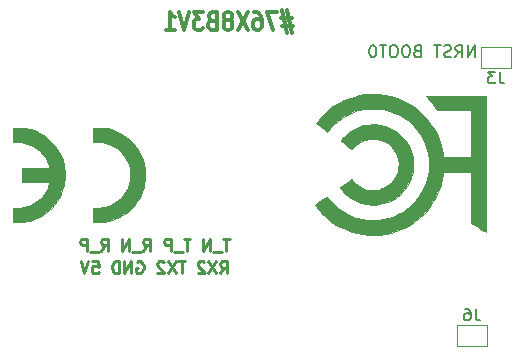
<source format=gbr>
G04 #@! TF.FileFunction,Legend,Bot*
%FSLAX46Y46*%
G04 Gerber Fmt 4.6, Leading zero omitted, Abs format (unit mm)*
G04 Created by KiCad (PCBNEW 4.0.7) date 12/12/18 10:49:55*
%MOMM*%
%LPD*%
G01*
G04 APERTURE LIST*
%ADD10C,0.100000*%
%ADD11C,0.300000*%
%ADD12C,0.200000*%
%ADD13C,0.250000*%
%ADD14C,0.010000*%
%ADD15C,0.120000*%
%ADD16C,0.150000*%
G04 APERTURE END LIST*
D10*
D11*
X187403709Y-76951643D02*
X186475138Y-76951643D01*
X187032280Y-76295929D02*
X187403709Y-78263071D01*
X186598947Y-77607357D02*
X187527518Y-77607357D01*
X186970376Y-78263071D02*
X186598947Y-76295929D01*
X186165614Y-76441643D02*
X185298947Y-76441643D01*
X185856090Y-77971643D01*
X184246566Y-76441643D02*
X184494185Y-76441643D01*
X184617995Y-76514500D01*
X184679900Y-76587357D01*
X184803709Y-76805929D01*
X184865614Y-77097357D01*
X184865614Y-77680214D01*
X184803709Y-77825929D01*
X184741804Y-77898786D01*
X184617995Y-77971643D01*
X184370376Y-77971643D01*
X184246566Y-77898786D01*
X184184662Y-77825929D01*
X184122757Y-77680214D01*
X184122757Y-77315929D01*
X184184662Y-77170214D01*
X184246566Y-77097357D01*
X184370376Y-77024500D01*
X184617995Y-77024500D01*
X184741804Y-77097357D01*
X184803709Y-77170214D01*
X184865614Y-77315929D01*
X183689424Y-76441643D02*
X182822757Y-77971643D01*
X182822757Y-76441643D02*
X183689424Y-77971643D01*
X182141805Y-77097357D02*
X182265614Y-77024500D01*
X182327519Y-76951643D01*
X182389424Y-76805929D01*
X182389424Y-76733071D01*
X182327519Y-76587357D01*
X182265614Y-76514500D01*
X182141805Y-76441643D01*
X181894186Y-76441643D01*
X181770376Y-76514500D01*
X181708472Y-76587357D01*
X181646567Y-76733071D01*
X181646567Y-76805929D01*
X181708472Y-76951643D01*
X181770376Y-77024500D01*
X181894186Y-77097357D01*
X182141805Y-77097357D01*
X182265614Y-77170214D01*
X182327519Y-77243071D01*
X182389424Y-77388786D01*
X182389424Y-77680214D01*
X182327519Y-77825929D01*
X182265614Y-77898786D01*
X182141805Y-77971643D01*
X181894186Y-77971643D01*
X181770376Y-77898786D01*
X181708472Y-77825929D01*
X181646567Y-77680214D01*
X181646567Y-77388786D01*
X181708472Y-77243071D01*
X181770376Y-77170214D01*
X181894186Y-77097357D01*
X180656091Y-77170214D02*
X180470377Y-77243071D01*
X180408472Y-77315929D01*
X180346567Y-77461643D01*
X180346567Y-77680214D01*
X180408472Y-77825929D01*
X180470377Y-77898786D01*
X180594186Y-77971643D01*
X181089424Y-77971643D01*
X181089424Y-76441643D01*
X180656091Y-76441643D01*
X180532281Y-76514500D01*
X180470377Y-76587357D01*
X180408472Y-76733071D01*
X180408472Y-76878786D01*
X180470377Y-77024500D01*
X180532281Y-77097357D01*
X180656091Y-77170214D01*
X181089424Y-77170214D01*
X179913234Y-76441643D02*
X179108472Y-76441643D01*
X179541805Y-77024500D01*
X179356091Y-77024500D01*
X179232281Y-77097357D01*
X179170377Y-77170214D01*
X179108472Y-77315929D01*
X179108472Y-77680214D01*
X179170377Y-77825929D01*
X179232281Y-77898786D01*
X179356091Y-77971643D01*
X179727519Y-77971643D01*
X179851329Y-77898786D01*
X179913234Y-77825929D01*
X178737043Y-76441643D02*
X178303710Y-77971643D01*
X177870377Y-76441643D01*
X176756091Y-77971643D02*
X177498948Y-77971643D01*
X177127519Y-77971643D02*
X177127519Y-76441643D01*
X177251329Y-76660214D01*
X177375138Y-76805929D01*
X177498948Y-76878786D01*
D12*
X202891472Y-80271881D02*
X202891472Y-79271881D01*
X202320043Y-80271881D01*
X202320043Y-79271881D01*
X201272424Y-80271881D02*
X201605758Y-79795690D01*
X201843853Y-80271881D02*
X201843853Y-79271881D01*
X201462900Y-79271881D01*
X201367662Y-79319500D01*
X201320043Y-79367119D01*
X201272424Y-79462357D01*
X201272424Y-79605214D01*
X201320043Y-79700452D01*
X201367662Y-79748071D01*
X201462900Y-79795690D01*
X201843853Y-79795690D01*
X200891472Y-80224262D02*
X200748615Y-80271881D01*
X200510519Y-80271881D01*
X200415281Y-80224262D01*
X200367662Y-80176643D01*
X200320043Y-80081405D01*
X200320043Y-79986167D01*
X200367662Y-79890929D01*
X200415281Y-79843310D01*
X200510519Y-79795690D01*
X200700996Y-79748071D01*
X200796234Y-79700452D01*
X200843853Y-79652833D01*
X200891472Y-79557595D01*
X200891472Y-79462357D01*
X200843853Y-79367119D01*
X200796234Y-79319500D01*
X200700996Y-79271881D01*
X200462900Y-79271881D01*
X200320043Y-79319500D01*
X200034329Y-79271881D02*
X199462900Y-79271881D01*
X199748615Y-80271881D02*
X199748615Y-79271881D01*
X198034328Y-79748071D02*
X197891471Y-79795690D01*
X197843852Y-79843310D01*
X197796233Y-79938548D01*
X197796233Y-80081405D01*
X197843852Y-80176643D01*
X197891471Y-80224262D01*
X197986709Y-80271881D01*
X198367662Y-80271881D01*
X198367662Y-79271881D01*
X198034328Y-79271881D01*
X197939090Y-79319500D01*
X197891471Y-79367119D01*
X197843852Y-79462357D01*
X197843852Y-79557595D01*
X197891471Y-79652833D01*
X197939090Y-79700452D01*
X198034328Y-79748071D01*
X198367662Y-79748071D01*
X197177186Y-79271881D02*
X196986709Y-79271881D01*
X196891471Y-79319500D01*
X196796233Y-79414738D01*
X196748614Y-79605214D01*
X196748614Y-79938548D01*
X196796233Y-80129024D01*
X196891471Y-80224262D01*
X196986709Y-80271881D01*
X197177186Y-80271881D01*
X197272424Y-80224262D01*
X197367662Y-80129024D01*
X197415281Y-79938548D01*
X197415281Y-79605214D01*
X197367662Y-79414738D01*
X197272424Y-79319500D01*
X197177186Y-79271881D01*
X196129567Y-79271881D02*
X195939090Y-79271881D01*
X195843852Y-79319500D01*
X195748614Y-79414738D01*
X195700995Y-79605214D01*
X195700995Y-79938548D01*
X195748614Y-80129024D01*
X195843852Y-80224262D01*
X195939090Y-80271881D01*
X196129567Y-80271881D01*
X196224805Y-80224262D01*
X196320043Y-80129024D01*
X196367662Y-79938548D01*
X196367662Y-79605214D01*
X196320043Y-79414738D01*
X196224805Y-79319500D01*
X196129567Y-79271881D01*
X195415281Y-79271881D02*
X194843852Y-79271881D01*
X195129567Y-80271881D02*
X195129567Y-79271881D01*
X194320043Y-79271881D02*
X194224804Y-79271881D01*
X194129566Y-79319500D01*
X194081947Y-79367119D01*
X194034328Y-79462357D01*
X193986709Y-79652833D01*
X193986709Y-79890929D01*
X194034328Y-80081405D01*
X194081947Y-80176643D01*
X194129566Y-80224262D01*
X194224804Y-80271881D01*
X194320043Y-80271881D01*
X194415281Y-80224262D01*
X194462900Y-80176643D01*
X194510519Y-80081405D01*
X194558138Y-79890929D01*
X194558138Y-79652833D01*
X194510519Y-79462357D01*
X194462900Y-79367119D01*
X194415281Y-79319500D01*
X194320043Y-79271881D01*
D13*
X182174353Y-95654881D02*
X181602924Y-95654881D01*
X181888639Y-96654881D02*
X181888639Y-95654881D01*
X181507686Y-96750119D02*
X180745781Y-96750119D01*
X180507686Y-96654881D02*
X180507686Y-95654881D01*
X179936257Y-96654881D01*
X179936257Y-95654881D01*
X178841019Y-95654881D02*
X178269590Y-95654881D01*
X178555305Y-96654881D02*
X178555305Y-95654881D01*
X178174352Y-96750119D02*
X177412447Y-96750119D01*
X177174352Y-96654881D02*
X177174352Y-95654881D01*
X176793399Y-95654881D01*
X176698161Y-95702500D01*
X176650542Y-95750119D01*
X176602923Y-95845357D01*
X176602923Y-95988214D01*
X176650542Y-96083452D01*
X176698161Y-96131071D01*
X176793399Y-96178690D01*
X177174352Y-96178690D01*
X174841018Y-96654881D02*
X175174352Y-96178690D01*
X175412447Y-96654881D02*
X175412447Y-95654881D01*
X175031494Y-95654881D01*
X174936256Y-95702500D01*
X174888637Y-95750119D01*
X174841018Y-95845357D01*
X174841018Y-95988214D01*
X174888637Y-96083452D01*
X174936256Y-96131071D01*
X175031494Y-96178690D01*
X175412447Y-96178690D01*
X174650542Y-96750119D02*
X173888637Y-96750119D01*
X173650542Y-96654881D02*
X173650542Y-95654881D01*
X173079113Y-96654881D01*
X173079113Y-95654881D01*
X171269589Y-96654881D02*
X171602923Y-96178690D01*
X171841018Y-96654881D02*
X171841018Y-95654881D01*
X171460065Y-95654881D01*
X171364827Y-95702500D01*
X171317208Y-95750119D01*
X171269589Y-95845357D01*
X171269589Y-95988214D01*
X171317208Y-96083452D01*
X171364827Y-96131071D01*
X171460065Y-96178690D01*
X171841018Y-96178690D01*
X171079113Y-96750119D02*
X170317208Y-96750119D01*
X170079113Y-96654881D02*
X170079113Y-95654881D01*
X169698160Y-95654881D01*
X169602922Y-95702500D01*
X169555303Y-95750119D01*
X169507684Y-95845357D01*
X169507684Y-95988214D01*
X169555303Y-96083452D01*
X169602922Y-96131071D01*
X169698160Y-96178690D01*
X170079113Y-96178690D01*
X181341019Y-98559881D02*
X181674353Y-98083690D01*
X181912448Y-98559881D02*
X181912448Y-97559881D01*
X181531495Y-97559881D01*
X181436257Y-97607500D01*
X181388638Y-97655119D01*
X181341019Y-97750357D01*
X181341019Y-97893214D01*
X181388638Y-97988452D01*
X181436257Y-98036071D01*
X181531495Y-98083690D01*
X181912448Y-98083690D01*
X181007686Y-97559881D02*
X180341019Y-98559881D01*
X180341019Y-97559881D02*
X181007686Y-98559881D01*
X180007686Y-97655119D02*
X179960067Y-97607500D01*
X179864829Y-97559881D01*
X179626733Y-97559881D01*
X179531495Y-97607500D01*
X179483876Y-97655119D01*
X179436257Y-97750357D01*
X179436257Y-97845595D01*
X179483876Y-97988452D01*
X180055305Y-98559881D01*
X179436257Y-98559881D01*
X178388638Y-97559881D02*
X177817209Y-97559881D01*
X178102924Y-98559881D02*
X178102924Y-97559881D01*
X177579114Y-97559881D02*
X176912447Y-98559881D01*
X176912447Y-97559881D02*
X177579114Y-98559881D01*
X176579114Y-97655119D02*
X176531495Y-97607500D01*
X176436257Y-97559881D01*
X176198161Y-97559881D01*
X176102923Y-97607500D01*
X176055304Y-97655119D01*
X176007685Y-97750357D01*
X176007685Y-97845595D01*
X176055304Y-97988452D01*
X176626733Y-98559881D01*
X176007685Y-98559881D01*
X174293399Y-97607500D02*
X174388637Y-97559881D01*
X174531494Y-97559881D01*
X174674352Y-97607500D01*
X174769590Y-97702738D01*
X174817209Y-97797976D01*
X174864828Y-97988452D01*
X174864828Y-98131310D01*
X174817209Y-98321786D01*
X174769590Y-98417024D01*
X174674352Y-98512262D01*
X174531494Y-98559881D01*
X174436256Y-98559881D01*
X174293399Y-98512262D01*
X174245780Y-98464643D01*
X174245780Y-98131310D01*
X174436256Y-98131310D01*
X173817209Y-98559881D02*
X173817209Y-97559881D01*
X173245780Y-98559881D01*
X173245780Y-97559881D01*
X172769590Y-98559881D02*
X172769590Y-97559881D01*
X172531495Y-97559881D01*
X172388637Y-97607500D01*
X172293399Y-97702738D01*
X172245780Y-97797976D01*
X172198161Y-97988452D01*
X172198161Y-98131310D01*
X172245780Y-98321786D01*
X172293399Y-98417024D01*
X172388637Y-98512262D01*
X172531495Y-98559881D01*
X172769590Y-98559881D01*
X170531494Y-97559881D02*
X171007685Y-97559881D01*
X171055304Y-98036071D01*
X171007685Y-97988452D01*
X170912447Y-97940833D01*
X170674351Y-97940833D01*
X170579113Y-97988452D01*
X170531494Y-98036071D01*
X170483875Y-98131310D01*
X170483875Y-98369405D01*
X170531494Y-98464643D01*
X170579113Y-98512262D01*
X170674351Y-98559881D01*
X170912447Y-98559881D01*
X171007685Y-98512262D01*
X171055304Y-98464643D01*
X170198161Y-97559881D02*
X169864828Y-98559881D01*
X169531494Y-97559881D01*
D14*
G36*
X170784563Y-86240317D02*
X170699178Y-86242516D01*
X170637430Y-86246449D01*
X170610486Y-86250609D01*
X170571073Y-86261172D01*
X170571073Y-87479995D01*
X170848526Y-87470367D01*
X171126376Y-87470716D01*
X171383507Y-87493040D01*
X171627730Y-87538978D01*
X171866853Y-87610169D01*
X172108688Y-87708252D01*
X172208935Y-87755877D01*
X172448009Y-87887098D01*
X172663367Y-88034539D01*
X172865162Y-88205462D01*
X172943655Y-88281331D01*
X173151065Y-88513261D01*
X173330502Y-88765720D01*
X173481065Y-89037001D01*
X173601856Y-89325397D01*
X173691975Y-89629201D01*
X173718668Y-89751775D01*
X173734755Y-89863064D01*
X173745496Y-89999438D01*
X173750900Y-90151358D01*
X173750977Y-90309286D01*
X173745736Y-90463685D01*
X173735187Y-90605015D01*
X173719339Y-90723739D01*
X173717700Y-90732741D01*
X173643742Y-91035609D01*
X173538622Y-91324543D01*
X173404046Y-91597597D01*
X173241720Y-91852826D01*
X173053349Y-92088284D01*
X172840639Y-92302027D01*
X172605295Y-92492107D01*
X172349024Y-92656581D01*
X172073530Y-92793503D01*
X171830566Y-92885133D01*
X171693995Y-92926953D01*
X171568558Y-92958747D01*
X171445728Y-92981700D01*
X171316973Y-92996997D01*
X171173765Y-93005822D01*
X171007574Y-93009359D01*
X170934555Y-93009561D01*
X170571073Y-93009140D01*
X170571073Y-94223344D01*
X170610486Y-94233907D01*
X170644120Y-94237877D01*
X170706348Y-94240610D01*
X170790756Y-94242172D01*
X170890929Y-94242623D01*
X171000452Y-94242029D01*
X171112909Y-94240451D01*
X171221885Y-94237954D01*
X171320966Y-94234599D01*
X171403735Y-94230452D01*
X171463779Y-94225573D01*
X171464452Y-94225497D01*
X171614080Y-94203717D01*
X171783041Y-94171098D01*
X171958444Y-94130548D01*
X172127398Y-94084976D01*
X172234762Y-94051700D01*
X172585047Y-93917911D01*
X172917039Y-93755062D01*
X173229428Y-93564736D01*
X173520903Y-93348517D01*
X173790154Y-93107989D01*
X174035870Y-92844735D01*
X174256740Y-92560338D01*
X174451453Y-92256383D01*
X174618700Y-91934452D01*
X174757169Y-91596130D01*
X174865549Y-91243000D01*
X174942530Y-90876646D01*
X174960032Y-90759017D01*
X174971229Y-90646773D01*
X174978934Y-90509077D01*
X174983146Y-90355333D01*
X174983865Y-90194950D01*
X174981091Y-90037334D01*
X174974825Y-89891891D01*
X174965065Y-89768029D01*
X174960032Y-89725500D01*
X174892606Y-89351234D01*
X174792705Y-88989624D01*
X174660669Y-88641507D01*
X174496838Y-88307723D01*
X174301551Y-87989109D01*
X174197177Y-87842396D01*
X173961113Y-87554402D01*
X173701577Y-87291722D01*
X173420377Y-87055413D01*
X173119319Y-86846532D01*
X172800211Y-86666136D01*
X172464859Y-86515282D01*
X172115070Y-86395026D01*
X171752651Y-86306426D01*
X171500004Y-86264811D01*
X171430521Y-86257763D01*
X171339335Y-86251725D01*
X171232924Y-86246802D01*
X171117764Y-86243096D01*
X171000333Y-86240711D01*
X170887107Y-86239750D01*
X170784563Y-86240317D01*
X170784563Y-86240317D01*
G37*
X170784563Y-86240317D02*
X170699178Y-86242516D01*
X170637430Y-86246449D01*
X170610486Y-86250609D01*
X170571073Y-86261172D01*
X170571073Y-87479995D01*
X170848526Y-87470367D01*
X171126376Y-87470716D01*
X171383507Y-87493040D01*
X171627730Y-87538978D01*
X171866853Y-87610169D01*
X172108688Y-87708252D01*
X172208935Y-87755877D01*
X172448009Y-87887098D01*
X172663367Y-88034539D01*
X172865162Y-88205462D01*
X172943655Y-88281331D01*
X173151065Y-88513261D01*
X173330502Y-88765720D01*
X173481065Y-89037001D01*
X173601856Y-89325397D01*
X173691975Y-89629201D01*
X173718668Y-89751775D01*
X173734755Y-89863064D01*
X173745496Y-89999438D01*
X173750900Y-90151358D01*
X173750977Y-90309286D01*
X173745736Y-90463685D01*
X173735187Y-90605015D01*
X173719339Y-90723739D01*
X173717700Y-90732741D01*
X173643742Y-91035609D01*
X173538622Y-91324543D01*
X173404046Y-91597597D01*
X173241720Y-91852826D01*
X173053349Y-92088284D01*
X172840639Y-92302027D01*
X172605295Y-92492107D01*
X172349024Y-92656581D01*
X172073530Y-92793503D01*
X171830566Y-92885133D01*
X171693995Y-92926953D01*
X171568558Y-92958747D01*
X171445728Y-92981700D01*
X171316973Y-92996997D01*
X171173765Y-93005822D01*
X171007574Y-93009359D01*
X170934555Y-93009561D01*
X170571073Y-93009140D01*
X170571073Y-94223344D01*
X170610486Y-94233907D01*
X170644120Y-94237877D01*
X170706348Y-94240610D01*
X170790756Y-94242172D01*
X170890929Y-94242623D01*
X171000452Y-94242029D01*
X171112909Y-94240451D01*
X171221885Y-94237954D01*
X171320966Y-94234599D01*
X171403735Y-94230452D01*
X171463779Y-94225573D01*
X171464452Y-94225497D01*
X171614080Y-94203717D01*
X171783041Y-94171098D01*
X171958444Y-94130548D01*
X172127398Y-94084976D01*
X172234762Y-94051700D01*
X172585047Y-93917911D01*
X172917039Y-93755062D01*
X173229428Y-93564736D01*
X173520903Y-93348517D01*
X173790154Y-93107989D01*
X174035870Y-92844735D01*
X174256740Y-92560338D01*
X174451453Y-92256383D01*
X174618700Y-91934452D01*
X174757169Y-91596130D01*
X174865549Y-91243000D01*
X174942530Y-90876646D01*
X174960032Y-90759017D01*
X174971229Y-90646773D01*
X174978934Y-90509077D01*
X174983146Y-90355333D01*
X174983865Y-90194950D01*
X174981091Y-90037334D01*
X174974825Y-89891891D01*
X174965065Y-89768029D01*
X174960032Y-89725500D01*
X174892606Y-89351234D01*
X174792705Y-88989624D01*
X174660669Y-88641507D01*
X174496838Y-88307723D01*
X174301551Y-87989109D01*
X174197177Y-87842396D01*
X173961113Y-87554402D01*
X173701577Y-87291722D01*
X173420377Y-87055413D01*
X173119319Y-86846532D01*
X172800211Y-86666136D01*
X172464859Y-86515282D01*
X172115070Y-86395026D01*
X171752651Y-86306426D01*
X171500004Y-86264811D01*
X171430521Y-86257763D01*
X171339335Y-86251725D01*
X171232924Y-86246802D01*
X171117764Y-86243096D01*
X171000333Y-86240711D01*
X170887107Y-86239750D01*
X170784563Y-86240317D01*
G36*
X163774382Y-86857051D02*
X163774380Y-87474534D01*
X164164140Y-87474917D01*
X164299170Y-87475480D01*
X164405968Y-87477185D01*
X164491331Y-87480504D01*
X164562055Y-87485908D01*
X164624937Y-87493870D01*
X164686773Y-87504860D01*
X164731661Y-87514298D01*
X165036001Y-87598140D01*
X165326407Y-87712357D01*
X165600544Y-87855360D01*
X165856078Y-88025559D01*
X166090676Y-88221364D01*
X166302004Y-88441187D01*
X166487727Y-88683436D01*
X166520352Y-88732522D01*
X166588941Y-88847660D01*
X166658988Y-88981952D01*
X166726544Y-89126344D01*
X166787659Y-89271781D01*
X166838383Y-89409209D01*
X166874766Y-89529573D01*
X166882835Y-89563465D01*
X166895236Y-89620396D01*
X164562659Y-89620396D01*
X164562659Y-90864120D01*
X166895236Y-90864120D01*
X166882835Y-90921051D01*
X166849652Y-91042033D01*
X166800013Y-91182205D01*
X166737999Y-91332373D01*
X166667692Y-91483343D01*
X166593173Y-91625923D01*
X166518523Y-91750918D01*
X166506001Y-91769923D01*
X166315667Y-92023458D01*
X166102218Y-92250996D01*
X165866975Y-92451648D01*
X165611260Y-92624521D01*
X165336393Y-92768727D01*
X165043695Y-92883374D01*
X164734487Y-92967572D01*
X164726938Y-92969197D01*
X164657312Y-92983235D01*
X164593196Y-92993683D01*
X164527452Y-93001052D01*
X164452940Y-93005851D01*
X164362519Y-93008588D01*
X164249052Y-93009773D01*
X164155383Y-93009951D01*
X163774383Y-93009920D01*
X163774383Y-94244948D01*
X164155383Y-94242675D01*
X164277171Y-94241281D01*
X164395989Y-94238708D01*
X164504215Y-94235211D01*
X164594228Y-94231048D01*
X164658406Y-94226472D01*
X164667762Y-94225497D01*
X164966235Y-94177569D01*
X165273237Y-94101805D01*
X165580386Y-94001048D01*
X165879296Y-93878143D01*
X166161584Y-93735935D01*
X166235474Y-93693652D01*
X166452024Y-93553997D01*
X166671754Y-93389643D01*
X166885983Y-93208084D01*
X167086030Y-93016815D01*
X167263213Y-92823327D01*
X167311606Y-92764732D01*
X167525216Y-92471310D01*
X167712350Y-92156649D01*
X167871674Y-91823908D01*
X168001855Y-91476247D01*
X168101562Y-91116823D01*
X168169459Y-90748795D01*
X168172829Y-90723982D01*
X168182030Y-90629088D01*
X168188563Y-90508981D01*
X168192424Y-90372433D01*
X168193612Y-90228215D01*
X168192123Y-90085098D01*
X168187956Y-89951854D01*
X168181107Y-89837254D01*
X168173103Y-89760534D01*
X168104307Y-89383263D01*
X168004691Y-89018410D01*
X167875162Y-88668116D01*
X167716623Y-88334524D01*
X167529979Y-88019775D01*
X167316134Y-87726013D01*
X167311606Y-87720391D01*
X167072881Y-87451647D01*
X166809189Y-87204741D01*
X166523770Y-86981701D01*
X166219865Y-86784551D01*
X165900715Y-86615316D01*
X165569561Y-86476022D01*
X165229642Y-86368695D01*
X165096818Y-86336257D01*
X164932743Y-86302052D01*
X164780242Y-86276435D01*
X164629528Y-86258413D01*
X164470811Y-86246993D01*
X164294301Y-86241182D01*
X164146624Y-86239910D01*
X163774383Y-86239569D01*
X163774382Y-86857051D01*
X163774382Y-86857051D01*
G37*
X163774382Y-86857051D02*
X163774380Y-87474534D01*
X164164140Y-87474917D01*
X164299170Y-87475480D01*
X164405968Y-87477185D01*
X164491331Y-87480504D01*
X164562055Y-87485908D01*
X164624937Y-87493870D01*
X164686773Y-87504860D01*
X164731661Y-87514298D01*
X165036001Y-87598140D01*
X165326407Y-87712357D01*
X165600544Y-87855360D01*
X165856078Y-88025559D01*
X166090676Y-88221364D01*
X166302004Y-88441187D01*
X166487727Y-88683436D01*
X166520352Y-88732522D01*
X166588941Y-88847660D01*
X166658988Y-88981952D01*
X166726544Y-89126344D01*
X166787659Y-89271781D01*
X166838383Y-89409209D01*
X166874766Y-89529573D01*
X166882835Y-89563465D01*
X166895236Y-89620396D01*
X164562659Y-89620396D01*
X164562659Y-90864120D01*
X166895236Y-90864120D01*
X166882835Y-90921051D01*
X166849652Y-91042033D01*
X166800013Y-91182205D01*
X166737999Y-91332373D01*
X166667692Y-91483343D01*
X166593173Y-91625923D01*
X166518523Y-91750918D01*
X166506001Y-91769923D01*
X166315667Y-92023458D01*
X166102218Y-92250996D01*
X165866975Y-92451648D01*
X165611260Y-92624521D01*
X165336393Y-92768727D01*
X165043695Y-92883374D01*
X164734487Y-92967572D01*
X164726938Y-92969197D01*
X164657312Y-92983235D01*
X164593196Y-92993683D01*
X164527452Y-93001052D01*
X164452940Y-93005851D01*
X164362519Y-93008588D01*
X164249052Y-93009773D01*
X164155383Y-93009951D01*
X163774383Y-93009920D01*
X163774383Y-94244948D01*
X164155383Y-94242675D01*
X164277171Y-94241281D01*
X164395989Y-94238708D01*
X164504215Y-94235211D01*
X164594228Y-94231048D01*
X164658406Y-94226472D01*
X164667762Y-94225497D01*
X164966235Y-94177569D01*
X165273237Y-94101805D01*
X165580386Y-94001048D01*
X165879296Y-93878143D01*
X166161584Y-93735935D01*
X166235474Y-93693652D01*
X166452024Y-93553997D01*
X166671754Y-93389643D01*
X166885983Y-93208084D01*
X167086030Y-93016815D01*
X167263213Y-92823327D01*
X167311606Y-92764732D01*
X167525216Y-92471310D01*
X167712350Y-92156649D01*
X167871674Y-91823908D01*
X168001855Y-91476247D01*
X168101562Y-91116823D01*
X168169459Y-90748795D01*
X168172829Y-90723982D01*
X168182030Y-90629088D01*
X168188563Y-90508981D01*
X168192424Y-90372433D01*
X168193612Y-90228215D01*
X168192123Y-90085098D01*
X168187956Y-89951854D01*
X168181107Y-89837254D01*
X168173103Y-89760534D01*
X168104307Y-89383263D01*
X168004691Y-89018410D01*
X167875162Y-88668116D01*
X167716623Y-88334524D01*
X167529979Y-88019775D01*
X167316134Y-87726013D01*
X167311606Y-87720391D01*
X167072881Y-87451647D01*
X166809189Y-87204741D01*
X166523770Y-86981701D01*
X166219865Y-86784551D01*
X165900715Y-86615316D01*
X165569561Y-86476022D01*
X165229642Y-86368695D01*
X165096818Y-86336257D01*
X164932743Y-86302052D01*
X164780242Y-86276435D01*
X164629528Y-86258413D01*
X164470811Y-86246993D01*
X164294301Y-86241182D01*
X164146624Y-86239910D01*
X163774383Y-86239569D01*
X163774382Y-86857051D01*
G36*
X193628500Y-83421886D02*
X193093209Y-83505401D01*
X192930462Y-83541348D01*
X192392756Y-83695393D01*
X191872889Y-83897912D01*
X191374726Y-84146755D01*
X190902129Y-84439773D01*
X190458961Y-84774816D01*
X190060616Y-85138172D01*
X189975736Y-85225945D01*
X189880472Y-85329147D01*
X189781279Y-85440216D01*
X189684609Y-85551588D01*
X189596915Y-85655702D01*
X189524650Y-85744994D01*
X189474267Y-85811902D01*
X189452219Y-85848864D01*
X189451756Y-85851715D01*
X189471910Y-85873167D01*
X189522900Y-85913385D01*
X189564204Y-85943041D01*
X189623359Y-85985371D01*
X189714826Y-86052273D01*
X189828688Y-86136428D01*
X189955028Y-86230517D01*
X190039247Y-86293613D01*
X190159467Y-86383054D01*
X190265306Y-86460178D01*
X190349455Y-86519790D01*
X190404603Y-86556692D01*
X190422893Y-86566372D01*
X190446511Y-86547115D01*
X190496589Y-86494434D01*
X190566203Y-86415964D01*
X190648428Y-86319335D01*
X190664345Y-86300228D01*
X190987972Y-85951230D01*
X191347450Y-85638133D01*
X191737998Y-85362937D01*
X192154833Y-85127644D01*
X192593175Y-84934255D01*
X193048241Y-84784771D01*
X193515250Y-84681192D01*
X193989421Y-84625520D01*
X194465972Y-84619756D01*
X194651825Y-84631500D01*
X195155106Y-84699677D01*
X195639055Y-84815842D01*
X196101221Y-84977836D01*
X196539154Y-85183495D01*
X196950403Y-85430658D01*
X197332516Y-85717163D01*
X197683044Y-86040847D01*
X197999535Y-86399548D01*
X198279538Y-86791106D01*
X198520603Y-87213356D01*
X198720278Y-87664138D01*
X198876114Y-88141289D01*
X198942832Y-88416914D01*
X198966703Y-88533443D01*
X198984582Y-88635257D01*
X198997343Y-88733470D01*
X199005859Y-88839198D01*
X199011004Y-88963556D01*
X199013653Y-89117659D01*
X199014679Y-89312622D01*
X199014719Y-89331271D01*
X199014070Y-89550450D01*
X199010759Y-89727133D01*
X199004193Y-89871702D01*
X198993782Y-89994536D01*
X198978934Y-90106017D01*
X198966507Y-90177938D01*
X198849810Y-90663944D01*
X198686015Y-91130313D01*
X198477570Y-91573985D01*
X198226925Y-91991899D01*
X197936527Y-92380997D01*
X197608825Y-92738217D01*
X197246268Y-93060500D01*
X196851304Y-93344785D01*
X196426381Y-93588014D01*
X196127595Y-93725874D01*
X195654239Y-93896248D01*
X195171464Y-94014734D01*
X194681087Y-94081154D01*
X194184928Y-94095329D01*
X193684804Y-94057082D01*
X193336218Y-93999602D01*
X192877145Y-93881078D01*
X192425016Y-93712722D01*
X191986597Y-93497617D01*
X191568658Y-93238847D01*
X191400318Y-93117477D01*
X191236664Y-92984406D01*
X191058939Y-92823401D01*
X190880748Y-92647992D01*
X190715695Y-92471707D01*
X190577385Y-92308075D01*
X190547906Y-92269834D01*
X190480494Y-92183228D01*
X190423531Y-92115496D01*
X190385119Y-92076002D01*
X190374796Y-92069709D01*
X190346357Y-92084525D01*
X190283775Y-92125193D01*
X190195407Y-92186043D01*
X190089614Y-92261405D01*
X190052992Y-92287990D01*
X189924812Y-92380706D01*
X189793500Y-92474394D01*
X189673992Y-92558471D01*
X189581228Y-92622356D01*
X189576811Y-92625334D01*
X189494299Y-92683610D01*
X189432106Y-92732728D01*
X189400864Y-92764122D01*
X189399113Y-92768499D01*
X189416058Y-92812171D01*
X189465245Y-92887175D01*
X189541490Y-92987436D01*
X189639608Y-93106876D01*
X189754417Y-93239417D01*
X189880732Y-93378982D01*
X190013370Y-93519495D01*
X190147146Y-93654879D01*
X190195205Y-93701788D01*
X190590049Y-94046922D01*
X191021285Y-94356404D01*
X191484168Y-94627866D01*
X191973953Y-94858940D01*
X192485894Y-95047258D01*
X193015246Y-95190453D01*
X193287650Y-95244862D01*
X193431367Y-95267686D01*
X193575478Y-95284720D01*
X193732446Y-95296882D01*
X193914736Y-95305087D01*
X194134813Y-95310254D01*
X194187233Y-95311043D01*
X194361482Y-95312894D01*
X194523082Y-95313551D01*
X194662650Y-95313059D01*
X194770799Y-95311464D01*
X194838145Y-95308810D01*
X194848691Y-95307850D01*
X195344610Y-95233449D01*
X195805017Y-95131995D01*
X196241704Y-95000151D01*
X196666462Y-94834585D01*
X196899212Y-94727967D01*
X197385162Y-94464948D01*
X197841849Y-94159266D01*
X198266888Y-93813843D01*
X198657890Y-93431600D01*
X199012471Y-93015458D01*
X199328242Y-92568338D01*
X199602818Y-92093161D01*
X199833810Y-91592850D01*
X200018834Y-91070324D01*
X200087117Y-90826167D01*
X200106641Y-90747165D01*
X200124982Y-90665123D01*
X200143852Y-90570898D01*
X200164964Y-90455348D01*
X200190032Y-90309329D01*
X200220768Y-90123700D01*
X200234590Y-90039031D01*
X200248589Y-89953042D01*
X202627441Y-89953042D01*
X202627441Y-94284168D01*
X203229941Y-94685063D01*
X203388756Y-94790285D01*
X203533285Y-94885181D01*
X203657668Y-94965971D01*
X203756040Y-95028874D01*
X203822540Y-95070111D01*
X203851306Y-95085903D01*
X203851712Y-95085959D01*
X203853543Y-95059900D01*
X203855326Y-94983320D01*
X203857054Y-94858617D01*
X203858719Y-94688187D01*
X203860313Y-94474425D01*
X203861827Y-94219728D01*
X203863255Y-93926493D01*
X203864587Y-93597117D01*
X203865816Y-93233994D01*
X203866935Y-92839522D01*
X203867934Y-92416097D01*
X203868806Y-91966116D01*
X203869543Y-91491975D01*
X203870137Y-90996070D01*
X203870580Y-90480797D01*
X203870864Y-89948554D01*
X203870980Y-89401736D01*
X203870983Y-89304813D01*
X203870983Y-83523667D01*
X201329422Y-83523667D01*
X200891640Y-83523790D01*
X200504142Y-83524181D01*
X200164295Y-83524876D01*
X199869467Y-83525909D01*
X199617025Y-83527314D01*
X199404336Y-83529126D01*
X199228769Y-83531379D01*
X199087690Y-83534109D01*
X198978467Y-83537348D01*
X198898468Y-83541133D01*
X198845060Y-83545497D01*
X198815610Y-83550476D01*
X198807486Y-83556102D01*
X198807768Y-83556740D01*
X198828406Y-83585967D01*
X198876518Y-83651629D01*
X198947761Y-83747878D01*
X199037793Y-83868863D01*
X199142272Y-84008738D01*
X199256854Y-84161652D01*
X199259578Y-84165281D01*
X199691481Y-84740750D01*
X202627441Y-84740750D01*
X202627441Y-88735959D01*
X201439647Y-88735959D01*
X201153617Y-88736053D01*
X200916026Y-88735966D01*
X200722398Y-88735144D01*
X200568256Y-88733033D01*
X200449123Y-88729079D01*
X200360525Y-88722729D01*
X200297983Y-88713427D01*
X200257021Y-88700620D01*
X200233164Y-88683755D01*
X200221935Y-88662276D01*
X200218858Y-88635631D01*
X200219455Y-88603265D01*
X200219733Y-88584983D01*
X200212220Y-88499317D01*
X200191325Y-88373657D01*
X200159517Y-88218500D01*
X200119265Y-88044340D01*
X200073039Y-87861672D01*
X200023306Y-87680990D01*
X199972535Y-87512790D01*
X199954426Y-87457153D01*
X199755546Y-86942787D01*
X199510258Y-86451224D01*
X199221213Y-85985436D01*
X198891062Y-85548398D01*
X198522458Y-85143082D01*
X198118053Y-84772461D01*
X197680497Y-84439508D01*
X197212443Y-84147195D01*
X196823907Y-83947448D01*
X196320677Y-83740491D01*
X195798408Y-83580518D01*
X195262577Y-83468099D01*
X194718663Y-83403807D01*
X194172144Y-83388212D01*
X193628500Y-83421886D01*
X193628500Y-83421886D01*
G37*
X193628500Y-83421886D02*
X193093209Y-83505401D01*
X192930462Y-83541348D01*
X192392756Y-83695393D01*
X191872889Y-83897912D01*
X191374726Y-84146755D01*
X190902129Y-84439773D01*
X190458961Y-84774816D01*
X190060616Y-85138172D01*
X189975736Y-85225945D01*
X189880472Y-85329147D01*
X189781279Y-85440216D01*
X189684609Y-85551588D01*
X189596915Y-85655702D01*
X189524650Y-85744994D01*
X189474267Y-85811902D01*
X189452219Y-85848864D01*
X189451756Y-85851715D01*
X189471910Y-85873167D01*
X189522900Y-85913385D01*
X189564204Y-85943041D01*
X189623359Y-85985371D01*
X189714826Y-86052273D01*
X189828688Y-86136428D01*
X189955028Y-86230517D01*
X190039247Y-86293613D01*
X190159467Y-86383054D01*
X190265306Y-86460178D01*
X190349455Y-86519790D01*
X190404603Y-86556692D01*
X190422893Y-86566372D01*
X190446511Y-86547115D01*
X190496589Y-86494434D01*
X190566203Y-86415964D01*
X190648428Y-86319335D01*
X190664345Y-86300228D01*
X190987972Y-85951230D01*
X191347450Y-85638133D01*
X191737998Y-85362937D01*
X192154833Y-85127644D01*
X192593175Y-84934255D01*
X193048241Y-84784771D01*
X193515250Y-84681192D01*
X193989421Y-84625520D01*
X194465972Y-84619756D01*
X194651825Y-84631500D01*
X195155106Y-84699677D01*
X195639055Y-84815842D01*
X196101221Y-84977836D01*
X196539154Y-85183495D01*
X196950403Y-85430658D01*
X197332516Y-85717163D01*
X197683044Y-86040847D01*
X197999535Y-86399548D01*
X198279538Y-86791106D01*
X198520603Y-87213356D01*
X198720278Y-87664138D01*
X198876114Y-88141289D01*
X198942832Y-88416914D01*
X198966703Y-88533443D01*
X198984582Y-88635257D01*
X198997343Y-88733470D01*
X199005859Y-88839198D01*
X199011004Y-88963556D01*
X199013653Y-89117659D01*
X199014679Y-89312622D01*
X199014719Y-89331271D01*
X199014070Y-89550450D01*
X199010759Y-89727133D01*
X199004193Y-89871702D01*
X198993782Y-89994536D01*
X198978934Y-90106017D01*
X198966507Y-90177938D01*
X198849810Y-90663944D01*
X198686015Y-91130313D01*
X198477570Y-91573985D01*
X198226925Y-91991899D01*
X197936527Y-92380997D01*
X197608825Y-92738217D01*
X197246268Y-93060500D01*
X196851304Y-93344785D01*
X196426381Y-93588014D01*
X196127595Y-93725874D01*
X195654239Y-93896248D01*
X195171464Y-94014734D01*
X194681087Y-94081154D01*
X194184928Y-94095329D01*
X193684804Y-94057082D01*
X193336218Y-93999602D01*
X192877145Y-93881078D01*
X192425016Y-93712722D01*
X191986597Y-93497617D01*
X191568658Y-93238847D01*
X191400318Y-93117477D01*
X191236664Y-92984406D01*
X191058939Y-92823401D01*
X190880748Y-92647992D01*
X190715695Y-92471707D01*
X190577385Y-92308075D01*
X190547906Y-92269834D01*
X190480494Y-92183228D01*
X190423531Y-92115496D01*
X190385119Y-92076002D01*
X190374796Y-92069709D01*
X190346357Y-92084525D01*
X190283775Y-92125193D01*
X190195407Y-92186043D01*
X190089614Y-92261405D01*
X190052992Y-92287990D01*
X189924812Y-92380706D01*
X189793500Y-92474394D01*
X189673992Y-92558471D01*
X189581228Y-92622356D01*
X189576811Y-92625334D01*
X189494299Y-92683610D01*
X189432106Y-92732728D01*
X189400864Y-92764122D01*
X189399113Y-92768499D01*
X189416058Y-92812171D01*
X189465245Y-92887175D01*
X189541490Y-92987436D01*
X189639608Y-93106876D01*
X189754417Y-93239417D01*
X189880732Y-93378982D01*
X190013370Y-93519495D01*
X190147146Y-93654879D01*
X190195205Y-93701788D01*
X190590049Y-94046922D01*
X191021285Y-94356404D01*
X191484168Y-94627866D01*
X191973953Y-94858940D01*
X192485894Y-95047258D01*
X193015246Y-95190453D01*
X193287650Y-95244862D01*
X193431367Y-95267686D01*
X193575478Y-95284720D01*
X193732446Y-95296882D01*
X193914736Y-95305087D01*
X194134813Y-95310254D01*
X194187233Y-95311043D01*
X194361482Y-95312894D01*
X194523082Y-95313551D01*
X194662650Y-95313059D01*
X194770799Y-95311464D01*
X194838145Y-95308810D01*
X194848691Y-95307850D01*
X195344610Y-95233449D01*
X195805017Y-95131995D01*
X196241704Y-95000151D01*
X196666462Y-94834585D01*
X196899212Y-94727967D01*
X197385162Y-94464948D01*
X197841849Y-94159266D01*
X198266888Y-93813843D01*
X198657890Y-93431600D01*
X199012471Y-93015458D01*
X199328242Y-92568338D01*
X199602818Y-92093161D01*
X199833810Y-91592850D01*
X200018834Y-91070324D01*
X200087117Y-90826167D01*
X200106641Y-90747165D01*
X200124982Y-90665123D01*
X200143852Y-90570898D01*
X200164964Y-90455348D01*
X200190032Y-90309329D01*
X200220768Y-90123700D01*
X200234590Y-90039031D01*
X200248589Y-89953042D01*
X202627441Y-89953042D01*
X202627441Y-94284168D01*
X203229941Y-94685063D01*
X203388756Y-94790285D01*
X203533285Y-94885181D01*
X203657668Y-94965971D01*
X203756040Y-95028874D01*
X203822540Y-95070111D01*
X203851306Y-95085903D01*
X203851712Y-95085959D01*
X203853543Y-95059900D01*
X203855326Y-94983320D01*
X203857054Y-94858617D01*
X203858719Y-94688187D01*
X203860313Y-94474425D01*
X203861827Y-94219728D01*
X203863255Y-93926493D01*
X203864587Y-93597117D01*
X203865816Y-93233994D01*
X203866935Y-92839522D01*
X203867934Y-92416097D01*
X203868806Y-91966116D01*
X203869543Y-91491975D01*
X203870137Y-90996070D01*
X203870580Y-90480797D01*
X203870864Y-89948554D01*
X203870980Y-89401736D01*
X203870983Y-89304813D01*
X203870983Y-83523667D01*
X201329422Y-83523667D01*
X200891640Y-83523790D01*
X200504142Y-83524181D01*
X200164295Y-83524876D01*
X199869467Y-83525909D01*
X199617025Y-83527314D01*
X199404336Y-83529126D01*
X199228769Y-83531379D01*
X199087690Y-83534109D01*
X198978467Y-83537348D01*
X198898468Y-83541133D01*
X198845060Y-83545497D01*
X198815610Y-83550476D01*
X198807486Y-83556102D01*
X198807768Y-83556740D01*
X198828406Y-83585967D01*
X198876518Y-83651629D01*
X198947761Y-83747878D01*
X199037793Y-83868863D01*
X199142272Y-84008738D01*
X199256854Y-84161652D01*
X199259578Y-84165281D01*
X199691481Y-84740750D01*
X202627441Y-84740750D01*
X202627441Y-88735959D01*
X201439647Y-88735959D01*
X201153617Y-88736053D01*
X200916026Y-88735966D01*
X200722398Y-88735144D01*
X200568256Y-88733033D01*
X200449123Y-88729079D01*
X200360525Y-88722729D01*
X200297983Y-88713427D01*
X200257021Y-88700620D01*
X200233164Y-88683755D01*
X200221935Y-88662276D01*
X200218858Y-88635631D01*
X200219455Y-88603265D01*
X200219733Y-88584983D01*
X200212220Y-88499317D01*
X200191325Y-88373657D01*
X200159517Y-88218500D01*
X200119265Y-88044340D01*
X200073039Y-87861672D01*
X200023306Y-87680990D01*
X199972535Y-87512790D01*
X199954426Y-87457153D01*
X199755546Y-86942787D01*
X199510258Y-86451224D01*
X199221213Y-85985436D01*
X198891062Y-85548398D01*
X198522458Y-85143082D01*
X198118053Y-84772461D01*
X197680497Y-84439508D01*
X197212443Y-84147195D01*
X196823907Y-83947448D01*
X196320677Y-83740491D01*
X195798408Y-83580518D01*
X195262577Y-83468099D01*
X194718663Y-83403807D01*
X194172144Y-83388212D01*
X193628500Y-83421886D01*
G36*
X193876496Y-85977309D02*
X193484143Y-86042489D01*
X193110867Y-86153383D01*
X192751529Y-86311840D01*
X192400989Y-86519710D01*
X192092032Y-86747941D01*
X191997651Y-86829633D01*
X191896691Y-86926248D01*
X191796627Y-87029479D01*
X191704934Y-87131017D01*
X191629085Y-87222554D01*
X191576556Y-87295783D01*
X191554821Y-87342395D01*
X191554629Y-87345260D01*
X191574834Y-87369219D01*
X191630511Y-87418543D01*
X191714253Y-87487588D01*
X191818653Y-87570709D01*
X191936302Y-87662262D01*
X192059795Y-87756603D01*
X192181724Y-87848089D01*
X192294680Y-87931074D01*
X192391258Y-87999915D01*
X192464050Y-88048968D01*
X192505649Y-88072589D01*
X192510857Y-88073875D01*
X192538320Y-88053895D01*
X192583405Y-88003556D01*
X192612962Y-87965342D01*
X192749050Y-87810868D01*
X192925979Y-87657527D01*
X193132263Y-87514323D01*
X193330270Y-87403174D01*
X193633210Y-87280138D01*
X193950544Y-87205630D01*
X194275498Y-87179681D01*
X194601297Y-87202319D01*
X194921168Y-87273576D01*
X195228336Y-87393480D01*
X195231043Y-87394790D01*
X195530386Y-87567611D01*
X195791822Y-87775913D01*
X196013328Y-88016482D01*
X196192884Y-88286104D01*
X196328467Y-88581564D01*
X196418055Y-88899649D01*
X196459627Y-89237145D01*
X196462464Y-89352506D01*
X196439470Y-89695140D01*
X196369474Y-90013952D01*
X196251646Y-90310867D01*
X196085156Y-90587810D01*
X195869176Y-90846705D01*
X195780785Y-90934313D01*
X195556958Y-91123993D01*
X195325090Y-91273326D01*
X195070997Y-91390131D01*
X194792573Y-91479030D01*
X194652296Y-91504981D01*
X194477210Y-91520376D01*
X194284359Y-91525215D01*
X194090787Y-91519497D01*
X193913538Y-91503224D01*
X193779975Y-91479038D01*
X193516531Y-91392417D01*
X193254620Y-91267116D01*
X193007278Y-91111251D01*
X192787543Y-90932940D01*
X192623203Y-90758799D01*
X192549213Y-90674145D01*
X192492098Y-90622024D01*
X192457882Y-90607837D01*
X192455877Y-90608759D01*
X192428745Y-90627500D01*
X192366256Y-90671424D01*
X192276164Y-90735032D01*
X192166224Y-90812821D01*
X192044190Y-90899292D01*
X191917816Y-90988942D01*
X191794857Y-91076270D01*
X191683066Y-91155776D01*
X191590198Y-91221958D01*
X191524007Y-91269315D01*
X191492248Y-91292346D01*
X191491389Y-91293002D01*
X191498949Y-91318224D01*
X191536068Y-91373690D01*
X191596003Y-91451141D01*
X191672014Y-91542315D01*
X191757360Y-91638954D01*
X191845298Y-91732799D01*
X191875025Y-91763039D01*
X192190173Y-92041975D01*
X192536170Y-92278769D01*
X192909645Y-92471642D01*
X193307232Y-92618818D01*
X193664581Y-92707235D01*
X193792933Y-92725982D01*
X193955373Y-92740685D01*
X194137036Y-92750890D01*
X194323057Y-92756142D01*
X194498570Y-92755984D01*
X194648709Y-92749962D01*
X194742858Y-92740267D01*
X195172806Y-92649906D01*
X195574914Y-92514755D01*
X195950586Y-92334127D01*
X196301223Y-92107334D01*
X196628229Y-91833690D01*
X196664933Y-91798654D01*
X196948759Y-91488421D01*
X197189081Y-91151104D01*
X197384834Y-90790989D01*
X197534949Y-90412366D01*
X197638361Y-90019522D01*
X197694003Y-89616746D01*
X197700809Y-89208326D01*
X197657712Y-88798550D01*
X197563645Y-88391707D01*
X197535075Y-88300181D01*
X197405076Y-87958727D01*
X197246959Y-87649004D01*
X197053721Y-87359795D01*
X196818357Y-87079881D01*
X196690994Y-86948145D01*
X196368318Y-86660228D01*
X196029016Y-86422406D01*
X195671647Y-86234082D01*
X195294769Y-86094661D01*
X194896941Y-86003546D01*
X194476722Y-85960140D01*
X194293066Y-85955993D01*
X193876496Y-85977309D01*
X193876496Y-85977309D01*
G37*
X193876496Y-85977309D02*
X193484143Y-86042489D01*
X193110867Y-86153383D01*
X192751529Y-86311840D01*
X192400989Y-86519710D01*
X192092032Y-86747941D01*
X191997651Y-86829633D01*
X191896691Y-86926248D01*
X191796627Y-87029479D01*
X191704934Y-87131017D01*
X191629085Y-87222554D01*
X191576556Y-87295783D01*
X191554821Y-87342395D01*
X191554629Y-87345260D01*
X191574834Y-87369219D01*
X191630511Y-87418543D01*
X191714253Y-87487588D01*
X191818653Y-87570709D01*
X191936302Y-87662262D01*
X192059795Y-87756603D01*
X192181724Y-87848089D01*
X192294680Y-87931074D01*
X192391258Y-87999915D01*
X192464050Y-88048968D01*
X192505649Y-88072589D01*
X192510857Y-88073875D01*
X192538320Y-88053895D01*
X192583405Y-88003556D01*
X192612962Y-87965342D01*
X192749050Y-87810868D01*
X192925979Y-87657527D01*
X193132263Y-87514323D01*
X193330270Y-87403174D01*
X193633210Y-87280138D01*
X193950544Y-87205630D01*
X194275498Y-87179681D01*
X194601297Y-87202319D01*
X194921168Y-87273576D01*
X195228336Y-87393480D01*
X195231043Y-87394790D01*
X195530386Y-87567611D01*
X195791822Y-87775913D01*
X196013328Y-88016482D01*
X196192884Y-88286104D01*
X196328467Y-88581564D01*
X196418055Y-88899649D01*
X196459627Y-89237145D01*
X196462464Y-89352506D01*
X196439470Y-89695140D01*
X196369474Y-90013952D01*
X196251646Y-90310867D01*
X196085156Y-90587810D01*
X195869176Y-90846705D01*
X195780785Y-90934313D01*
X195556958Y-91123993D01*
X195325090Y-91273326D01*
X195070997Y-91390131D01*
X194792573Y-91479030D01*
X194652296Y-91504981D01*
X194477210Y-91520376D01*
X194284359Y-91525215D01*
X194090787Y-91519497D01*
X193913538Y-91503224D01*
X193779975Y-91479038D01*
X193516531Y-91392417D01*
X193254620Y-91267116D01*
X193007278Y-91111251D01*
X192787543Y-90932940D01*
X192623203Y-90758799D01*
X192549213Y-90674145D01*
X192492098Y-90622024D01*
X192457882Y-90607837D01*
X192455877Y-90608759D01*
X192428745Y-90627500D01*
X192366256Y-90671424D01*
X192276164Y-90735032D01*
X192166224Y-90812821D01*
X192044190Y-90899292D01*
X191917816Y-90988942D01*
X191794857Y-91076270D01*
X191683066Y-91155776D01*
X191590198Y-91221958D01*
X191524007Y-91269315D01*
X191492248Y-91292346D01*
X191491389Y-91293002D01*
X191498949Y-91318224D01*
X191536068Y-91373690D01*
X191596003Y-91451141D01*
X191672014Y-91542315D01*
X191757360Y-91638954D01*
X191845298Y-91732799D01*
X191875025Y-91763039D01*
X192190173Y-92041975D01*
X192536170Y-92278769D01*
X192909645Y-92471642D01*
X193307232Y-92618818D01*
X193664581Y-92707235D01*
X193792933Y-92725982D01*
X193955373Y-92740685D01*
X194137036Y-92750890D01*
X194323057Y-92756142D01*
X194498570Y-92755984D01*
X194648709Y-92749962D01*
X194742858Y-92740267D01*
X195172806Y-92649906D01*
X195574914Y-92514755D01*
X195950586Y-92334127D01*
X196301223Y-92107334D01*
X196628229Y-91833690D01*
X196664933Y-91798654D01*
X196948759Y-91488421D01*
X197189081Y-91151104D01*
X197384834Y-90790989D01*
X197534949Y-90412366D01*
X197638361Y-90019522D01*
X197694003Y-89616746D01*
X197700809Y-89208326D01*
X197657712Y-88798550D01*
X197563645Y-88391707D01*
X197535075Y-88300181D01*
X197405076Y-87958727D01*
X197246959Y-87649004D01*
X197053721Y-87359795D01*
X196818357Y-87079881D01*
X196690994Y-86948145D01*
X196368318Y-86660228D01*
X196029016Y-86422406D01*
X195671647Y-86234082D01*
X195294769Y-86094661D01*
X194896941Y-86003546D01*
X194476722Y-85960140D01*
X194293066Y-85955993D01*
X193876496Y-85977309D01*
D15*
X201383900Y-102932500D02*
X203923900Y-102932500D01*
X203923900Y-104712500D02*
X201383900Y-104712500D01*
X203923900Y-104712500D02*
X203923900Y-102932500D01*
X201383900Y-102932500D02*
X201383900Y-104712500D01*
X203415900Y-79374000D02*
X205955900Y-79374000D01*
X205955900Y-81154000D02*
X203415900Y-81154000D01*
X205955900Y-81154000D02*
X205955900Y-79374000D01*
X203415900Y-79374000D02*
X203415900Y-81154000D01*
D16*
X202987233Y-101560381D02*
X202987233Y-102274667D01*
X203034853Y-102417524D01*
X203130091Y-102512762D01*
X203272948Y-102560381D01*
X203368186Y-102560381D01*
X202082471Y-101560381D02*
X202272948Y-101560381D01*
X202368186Y-101608000D01*
X202415805Y-101655619D01*
X202511043Y-101798476D01*
X202558662Y-101988952D01*
X202558662Y-102369905D01*
X202511043Y-102465143D01*
X202463424Y-102512762D01*
X202368186Y-102560381D01*
X202177709Y-102560381D01*
X202082471Y-102512762D01*
X202034852Y-102465143D01*
X201987233Y-102369905D01*
X201987233Y-102131810D01*
X202034852Y-102036571D01*
X202082471Y-101988952D01*
X202177709Y-101941333D01*
X202368186Y-101941333D01*
X202463424Y-101988952D01*
X202511043Y-102036571D01*
X202558662Y-102131810D01*
X205019233Y-81496381D02*
X205019233Y-82210667D01*
X205066853Y-82353524D01*
X205162091Y-82448762D01*
X205304948Y-82496381D01*
X205400186Y-82496381D01*
X204638281Y-81496381D02*
X204019233Y-81496381D01*
X204352567Y-81877333D01*
X204209709Y-81877333D01*
X204114471Y-81924952D01*
X204066852Y-81972571D01*
X204019233Y-82067810D01*
X204019233Y-82305905D01*
X204066852Y-82401143D01*
X204114471Y-82448762D01*
X204209709Y-82496381D01*
X204495424Y-82496381D01*
X204590662Y-82448762D01*
X204638281Y-82401143D01*
M02*

</source>
